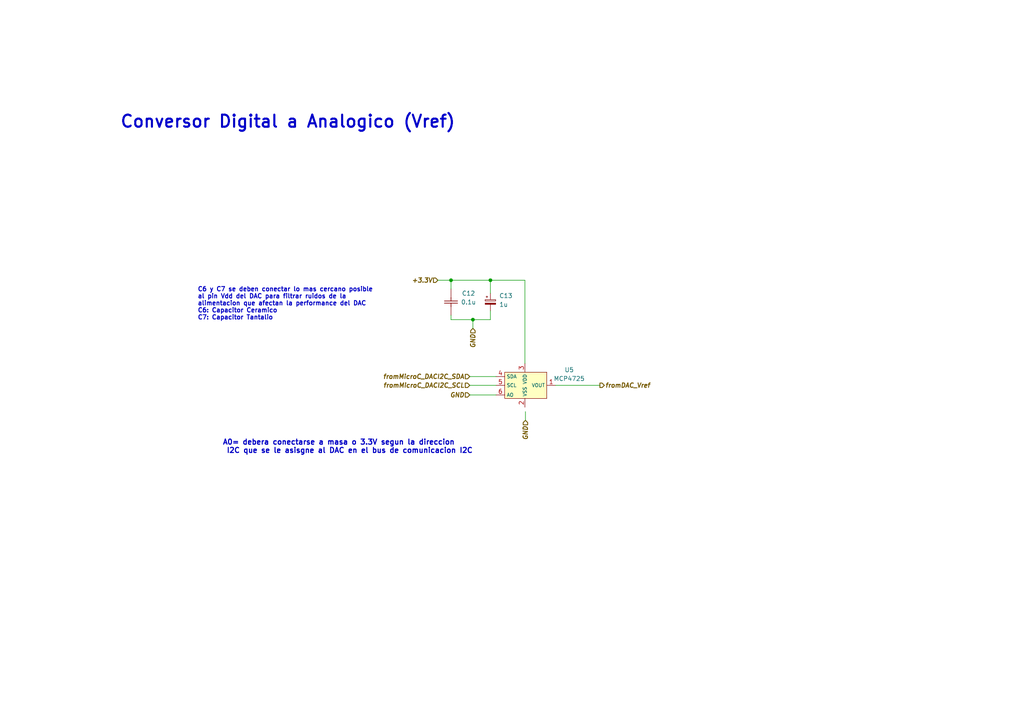
<source format=kicad_sch>
(kicad_sch (version 20211123) (generator eeschema)
  (paper "A4")
  (lib_symbols
    (symbol "CEDCp:MCP4725"
      (property "Reference" "U" (at -4.826 4.826 0))
      (property "Value" "MCP4725" (at 5.08 -5.334 0))
      (symbol "MCP4725_0_1"
        (rectangle (start -5.842 3.81) (end 6.35 -3.81) (fill (type background)))
      )
      (symbol "MCP4725_1_1"
        (pin output line (at 8.89 0 180) (length 2.54) (name "VOUT") (number "1"))
        (pin power_in line (at 0 -6.35 90) (length 2.54) (name "VSS") (number "2"))
        (pin power_in line (at 0 6.35 270) (length 2.54) (name "VDD") (number "3"))
        (pin bidirectional line (at -8.382 2.54 0) (length 2.54) (name "SDA") (number "4"))
        (pin input line (at -8.382 0 0) (length 2.54) (name "SCL") (number "5"))
        (pin input line (at -8.382 -2.794 0) (length 2.54) (name "AO") (number "6"))
      )
    )
    (symbol "Capacitor_2:C315C222K1R5CA" (pin_numbers hide) (pin_names (offset 1.651) hide)
      (property "Reference" "C" (at 3.81 3.81 0))
      (property "Value" "Capacitor_2_C315C222K1R5CA" (at 3.81 -7.62 0))
      (symbol "C315C222K1R5CA_1_1"
        (polyline (pts (xy 2.54 0) (xy 3.4798 0)) (stroke (width 0.2032)))
        (polyline (pts (xy 3.4798 -1.905) (xy 3.4798 1.905)) (stroke (width 0.2032)))
        (polyline (pts (xy 4.1148 -1.905) (xy 4.1148 1.905)) (stroke (width 0.2032)))
        (polyline (pts (xy 4.1148 0) (xy 5.08 0)) (stroke (width 0.2032)))
        (pin unspecified line (at 0 0 0) (length 2.54) (name "1") (number "1"))
        (pin unspecified line (at 7.62 0 180) (length 2.54) (name "2") (number "2"))
      )
    )
    (symbol "Device:C_Polarized_Small" (pin_numbers hide) (pin_names (offset 0.254) hide)
      (property "Reference" "C" (at 0.254 1.778 0))
      (property "Value" "C_Polarized_Small" (at 0.254 -2.032 0))
      (symbol "C_Polarized_Small_0_1"
        (rectangle (start -1.524 -0.3048) (end 1.524 -0.6858) (fill (type outline)))
        (rectangle (start -1.524 0.6858) (end 1.524 0.3048))
        (polyline (pts (xy -1.27 1.524) (xy -0.762 1.524)))
        (polyline (pts (xy -1.016 1.27) (xy -1.016 1.778)))
      )
      (symbol "C_Polarized_Small_1_1"
        (pin passive line (at 0 2.54 270) (length 1.8542) (name "~") (number "1"))
        (pin passive line (at 0 -2.54 90) (length 1.8542) (name "~") (number "2"))
      )
    )
  )
  (junction (at 137.16 92.71))
  (junction (at 130.81 81.28))
  (junction (at 142.24 81.28))
  (wire (pts (xy 130.81 92.71) (xy 130.81 91.44)))
  (wire (pts (xy 143.8656 114.554) (xy 136.2456 114.554)))
  (wire (pts (xy 152.2476 105.41) (xy 152.2476 81.28)))
  (wire (pts (xy 161.1376 111.76) (xy 173.99 111.76)))
  (wire (pts (xy 130.81 83.82) (xy 130.81 81.28)))
  (wire (pts (xy 130.81 81.28) (xy 142.24 81.28)))
  (wire (pts (xy 152.4 119.38) (xy 152.4 121.92)))
  (wire (pts (xy 152.2476 81.28) (xy 142.24 81.28)))
  (wire (pts (xy 142.24 92.71) (xy 137.16 92.71)))
  (wire (pts (xy 142.24 90.1446) (xy 142.24 92.71)))
  (wire (pts (xy 137.16 92.71) (xy 130.81 92.71)))
  (wire (pts (xy 127 81.28) (xy 130.81 81.28)))
  (wire (pts (xy 137.16 95.25) (xy 137.16 92.71)))
  (wire (pts (xy 142.24 85.0646) (xy 142.24 81.28)))
  (wire (pts (xy 136.2456 109.22) (xy 143.8656 109.22)))
  (wire (pts (xy 143.8656 111.76) (xy 136.2456 111.76)))
  (text "A0= debera conectarse a masa o 3.3V segun la direccion\n I2C que se le asisgne al DAC en el bus de comunicacion I2C" (at 64.516 131.699 0) (effects (font (size 1.4986 1.4986) (thickness 0.2997) bold) (justify left bottom)))
  (text "C6 y C7 se deben conectar lo mas cercano posible \nal pin Vdd del DAC para filtrar ruidos de la \nalimentacion que afectan la performance del DAC\nC6: Capacitor Ceramico\nC7: Capacitor Tantalio" (at 57.277 92.964 0) (effects (font (size 1.27 1.27) (thickness 0.254) bold) (justify left bottom)))
  (text "Conversor Digital a Analogico (Vref)" (at 34.671 37.465 0) (effects (font (size 3.5 3.5) (thickness 0.5994) bold) (justify left bottom)))
  (hierarchical_label "fromMicroC_DACI2C_SDA" (shape input) (at 136.2456 109.22 180) (effects (font (size 1.2954 1.2954) (thickness 0.2591) bold italic)))
  (hierarchical_label "fromDAC_Vref" (shape output) (at 173.99 111.76 0) (effects (font (size 1.2954 1.2954) (thickness 0.2591) bold italic)))
  (hierarchical_label "+3.3V" (shape input) (at 127 81.28 180) (effects (font (size 1.2954 1.2954) (thickness 0.2591) bold italic)))
  (hierarchical_label "GND" (shape input) (at 152.4 121.92 270) (effects (font (size 1.2954 1.2954) (thickness 0.2591) bold italic)))
  (hierarchical_label "GND" (shape input) (at 136.2456 114.554 180) (effects (font (size 1.2954 1.2954) (thickness 0.2591) bold italic)))
  (hierarchical_label "GND" (shape input) (at 137.16 95.25 270) (effects (font (size 1.2954 1.2954) (thickness 0.2591) bold italic)))
  (hierarchical_label "fromMicroC_DACI2C_SCL" (shape input) (at 136.2456 111.76 180) (effects (font (size 1.2954 1.2954) (thickness 0.2591) bold italic)))
  (symbol (lib_id "Capacitor_2:C315C222K1R5CA") (at 130.81 83.82 270) (unit 1)
    (property "Reference" "C12" (at 135.89 85.09 90))
    (property "Value" "0.1u" (at 135.89 87.63 90))
    (property "Footprint" "Capacitor_THT:C_Disc_D7.5mm_W2.5mm_P5.00mm" (effects hide))
  )
  (symbol (lib_id "CEDCp:MCP4725") (at 152.2476 111.76 0) (unit 1)
    (property "Reference" "U5" (at 165.1 107.2808 0))
    (property "Value" "MCP4725" (at 165.1 109.8208 0))
    (property "Footprint" "Connector_PinHeader_2.54mm:PinHeader_1x06_P2.54mm_Vertical" (effects hide))
  )
  (symbol (lib_id "Device:C_Polarized_Small") (at 142.24 87.6046 0) (unit 1)
    (property "Reference" "C13" (at 144.78 85.7884 0) (effects (justify left)))
    (property "Value" "1u" (at 144.78 88.3284 0) (effects (justify left)))
    (property "Footprint" "CEDCp:Cap_1uF" (effects hide))
  )
)
</source>
